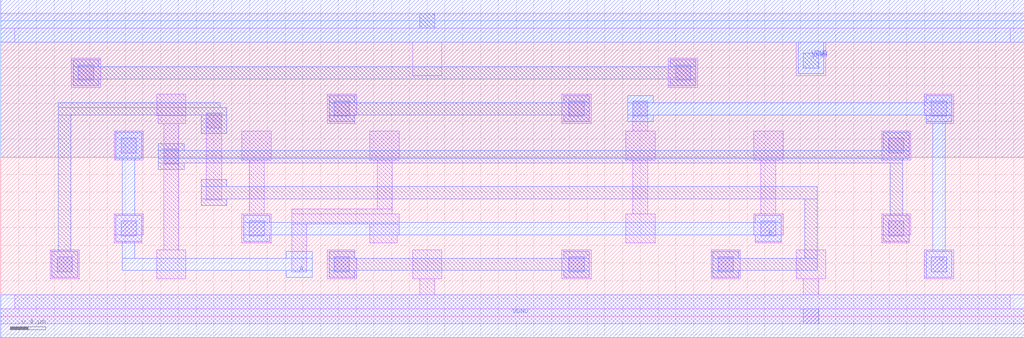
<source format=lef>
VERSION 5.7 ;
  NOWIREEXTENSIONATPIN ON ;
  DIVIDERCHAR "/" ;
  BUSBITCHARS "[]" ;
MACRO VANBERKEL1991
  CLASS CORE ;
  FOREIGN VANBERKEL1991 ;
  ORIGIN 0.000 0.000 ;
  SIZE 11.520 BY 3.330 ;
  SYMMETRY X Y ;
  SITE unit ;
  PIN A
    ANTENNAGATEAREA 0.378000 ;
    PORT
      LAYER met1 ;
        RECT 1.295 1.780 1.585 2.070 ;
        RECT 1.370 1.135 1.510 1.780 ;
        RECT 1.295 0.845 1.585 1.135 ;
        RECT 1.370 0.655 1.510 0.845 ;
        RECT 3.215 0.655 3.505 0.730 ;
        RECT 1.370 0.515 3.505 0.655 ;
        RECT 3.215 0.440 3.505 0.515 ;
    END
  END A
  PIN B
    ANTENNAGATEAREA 0.378000 ;
    PORT
      LAYER met1 ;
        RECT 2.735 1.060 3.025 1.135 ;
        RECT 8.495 1.060 8.785 1.135 ;
        RECT 2.735 0.920 8.785 1.060 ;
        RECT 2.735 0.845 3.025 0.920 ;
        RECT 8.495 0.845 8.785 0.920 ;
    END
  END B
  PIN C
    ANTENNAGATEAREA 0.189000 ;
    ANTENNADIFFAREA 1.031650 ;
    PORT
      LAYER met1 ;
        RECT 7.055 2.410 7.345 2.485 ;
        RECT 10.415 2.410 10.705 2.485 ;
        RECT 7.055 2.270 10.705 2.410 ;
        RECT 7.055 2.195 7.345 2.270 ;
        RECT 10.415 2.195 10.705 2.270 ;
        RECT 10.490 0.730 10.630 2.195 ;
        RECT 10.415 0.440 10.705 0.730 ;
    END
  END C
  PIN VGND
    ANTENNADIFFAREA 0.914200 ;
    PORT
      LAYER met1 ;
        RECT 0.000 -0.240 11.520 0.240 ;
    END
    PORT
      LAYER met1 ;
        RECT 0.000 3.090 11.520 3.570 ;
        RECT 8.975 2.735 9.265 3.090 ;
    END
  END VGND
  PIN VPWR
    ANTENNADIFFAREA 1.747200 ;
    PORT
      LAYER li1 ;
        RECT 0.000 3.245 11.520 3.415 ;
        RECT 0.155 3.090 11.365 3.245 ;
        RECT 4.635 2.715 4.965 3.090 ;
        RECT 8.955 2.715 9.285 3.090 ;
      LAYER mcon ;
        RECT 4.715 3.245 4.885 3.415 ;
        RECT 9.035 2.795 9.205 2.965 ;
    END
  END VPWR
  OBS
      LAYER nwell ;
        RECT 0.000 1.790 11.520 3.330 ;
      LAYER li1 ;
        RECT 0.795 2.580 1.125 2.910 ;
        RECT 7.515 2.580 7.845 2.910 ;
        RECT 1.755 2.260 2.085 2.505 ;
        RECT 1.775 2.175 2.085 2.260 ;
        RECT 1.275 1.760 1.605 2.090 ;
        RECT 1.275 0.920 1.605 1.155 ;
        RECT 1.275 0.825 1.585 0.920 ;
        RECT 1.835 0.750 2.005 2.175 ;
        RECT 2.315 1.310 2.485 2.290 ;
        RECT 3.675 2.260 4.005 2.505 ;
        RECT 3.675 2.175 3.985 2.260 ;
        RECT 6.315 2.175 6.645 2.505 ;
        RECT 7.115 2.090 7.285 2.425 ;
        RECT 10.395 2.260 10.725 2.505 ;
        RECT 10.415 2.175 10.725 2.260 ;
        RECT 2.715 1.760 3.045 2.090 ;
        RECT 4.155 1.760 4.485 2.090 ;
        RECT 7.035 1.760 7.365 2.090 ;
        RECT 8.475 1.760 8.805 2.090 ;
        RECT 9.915 1.760 10.245 2.090 ;
        RECT 2.795 1.155 2.965 1.760 ;
        RECT 4.235 1.210 4.405 1.760 ;
        RECT 3.275 1.155 4.405 1.210 ;
        RECT 7.115 1.155 7.285 1.760 ;
        RECT 8.555 1.155 8.725 1.760 ;
        RECT 2.715 0.825 3.045 1.155 ;
        RECT 3.275 1.040 4.485 1.155 ;
        RECT 0.555 0.420 0.885 0.750 ;
        RECT 1.755 0.420 2.085 0.750 ;
        RECT 3.275 0.500 3.445 1.040 ;
        RECT 4.155 0.920 4.485 1.040 ;
        RECT 4.155 0.825 4.465 0.920 ;
        RECT 7.035 0.825 7.365 1.155 ;
        RECT 8.475 0.920 8.805 1.155 ;
        RECT 9.915 0.920 10.245 1.155 ;
        RECT 8.495 0.825 8.785 0.920 ;
        RECT 9.915 0.825 10.225 0.920 ;
        RECT 3.675 0.655 3.985 0.750 ;
        RECT 3.675 0.420 4.005 0.655 ;
        RECT 4.635 0.420 4.965 0.750 ;
        RECT 6.315 0.420 6.645 0.750 ;
        RECT 7.995 0.420 8.325 0.750 ;
        RECT 8.955 0.420 9.285 0.750 ;
        RECT 10.395 0.420 10.725 0.750 ;
        RECT 4.715 0.240 4.885 0.420 ;
        RECT 9.035 0.240 9.205 0.420 ;
        RECT 0.155 0.085 11.365 0.240 ;
        RECT 0.000 -0.085 11.520 0.085 ;
      LAYER mcon ;
        RECT 0.875 2.660 1.045 2.830 ;
        RECT 7.595 2.660 7.765 2.830 ;
        RECT 1.355 1.840 1.525 2.010 ;
        RECT 1.835 1.715 2.005 1.885 ;
        RECT 1.355 0.905 1.525 1.075 ;
        RECT 2.315 2.120 2.485 2.290 ;
        RECT 3.755 2.255 3.925 2.425 ;
        RECT 6.395 2.255 6.565 2.425 ;
        RECT 7.115 2.255 7.285 2.425 ;
        RECT 10.475 2.255 10.645 2.425 ;
        RECT 9.995 1.840 10.165 2.010 ;
        RECT 2.795 0.905 2.965 1.075 ;
        RECT 0.635 0.500 0.805 0.670 ;
        RECT 8.555 0.905 8.725 1.075 ;
        RECT 9.995 0.905 10.165 1.075 ;
        RECT 3.755 0.500 3.925 0.670 ;
        RECT 6.395 0.500 6.565 0.670 ;
        RECT 8.075 0.500 8.245 0.670 ;
        RECT 10.475 0.500 10.645 0.670 ;
        RECT 9.035 -0.085 9.205 0.085 ;
      LAYER met1 ;
        RECT 0.815 2.815 1.105 2.890 ;
        RECT 7.535 2.815 7.825 2.890 ;
        RECT 0.815 2.675 7.825 2.815 ;
        RECT 0.815 2.600 1.105 2.675 ;
        RECT 7.535 2.600 7.825 2.675 ;
        RECT 3.695 2.410 3.985 2.485 ;
        RECT 6.335 2.410 6.625 2.485 ;
        RECT 0.650 2.350 2.470 2.410 ;
        RECT 0.650 2.270 2.545 2.350 ;
        RECT 0.650 0.730 0.790 2.270 ;
        RECT 2.255 2.060 2.545 2.270 ;
        RECT 3.695 2.270 6.625 2.410 ;
        RECT 3.695 2.195 3.985 2.270 ;
        RECT 6.335 2.195 6.625 2.270 ;
        RECT 1.775 1.870 2.065 1.945 ;
        RECT 9.935 1.870 10.225 2.070 ;
        RECT 1.775 1.780 10.225 1.870 ;
        RECT 1.775 1.730 10.150 1.780 ;
        RECT 1.775 1.655 2.065 1.730 ;
        RECT 2.255 1.465 2.545 1.540 ;
        RECT 2.255 1.325 9.190 1.465 ;
        RECT 2.255 1.250 2.545 1.325 ;
        RECT 0.575 0.440 0.865 0.730 ;
        RECT 3.695 0.655 3.985 0.730 ;
        RECT 6.335 0.655 6.625 0.730 ;
        RECT 3.695 0.515 6.625 0.655 ;
        RECT 3.695 0.440 3.985 0.515 ;
        RECT 6.335 0.440 6.625 0.515 ;
        RECT 8.015 0.655 8.305 0.730 ;
        RECT 9.050 0.655 9.190 1.325 ;
        RECT 10.010 1.135 10.150 1.730 ;
        RECT 9.935 0.845 10.225 1.135 ;
        RECT 8.015 0.515 9.190 0.655 ;
        RECT 8.015 0.440 8.305 0.515 ;
  END
END VANBERKEL1991
END LIBRARY


</source>
